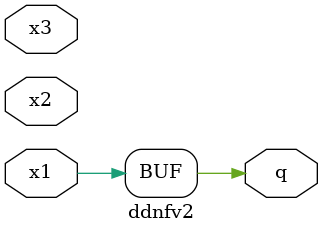
<source format=v>
module ddnfv2( 
  input x1, x2, x3, 
  output q 
); 
  assign q = (x1); 
endmodule



</source>
